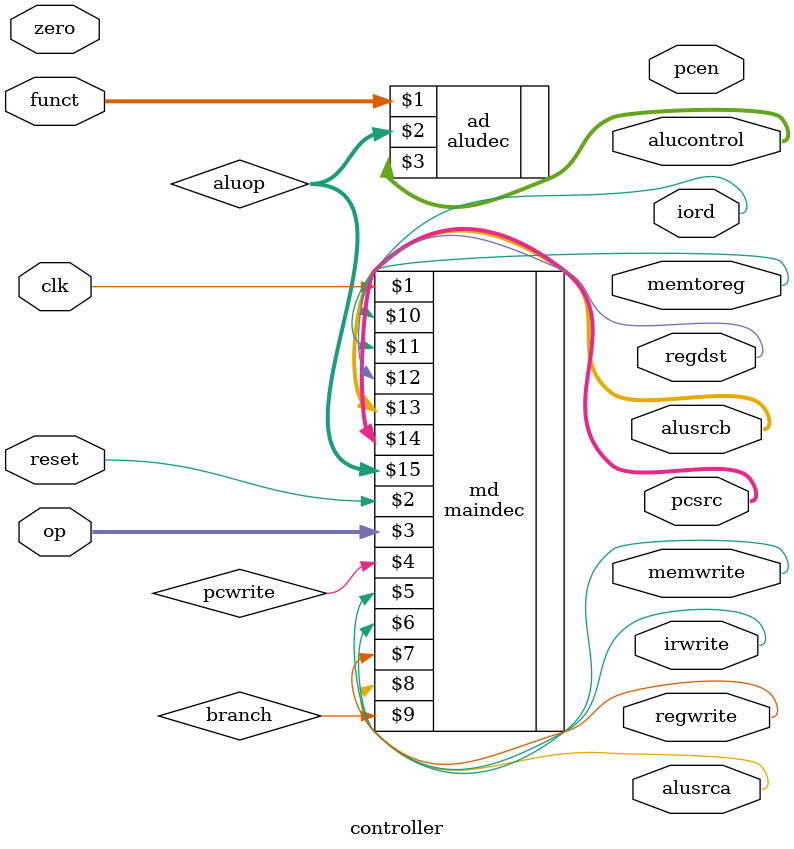
<source format=sv>
`timescale 1ns / 1ps


module controller(input  logic       clk, reset,
                  input  logic [5:0] op, funct,
                  input  logic       zero,
                  output logic       pcen, memwrite, irwrite, regwrite,
                  output logic       alusrca, iord, memtoreg, regdst,
                  output logic [1:0] alusrcb, pcsrc,
                  output logic [2:0] alucontrol);

  logic [1:0] aluop;
  logic       branch, pcwrite;

  // Main Decoder and ALU Decoder subunits.
  maindec md(clk, reset, op,
             pcwrite, memwrite, irwrite, regwrite,
             alusrca, branch, iord, memtoreg, regdst, 
             alusrcb, pcsrc, aluop);
  aludec  ad(funct, aluop, alucontrol);

  // ADD CODE HERE
  // Add combinational logic (i.e. an assign statement) 
  // to produce the PCEn signal (pcen) from the branch, 
  // zero, and pcwrite signals
 
endmodule

</source>
